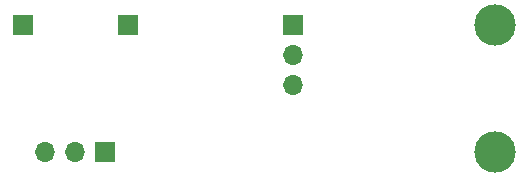
<source format=gbr>
G04 #@! TF.FileFunction,Copper,L2,Bot,Signal*
%FSLAX46Y46*%
G04 Gerber Fmt 4.6, Leading zero omitted, Abs format (unit mm)*
G04 Created by KiCad (PCBNEW 4.0.7) date 10/19/17 13:31:13*
%MOMM*%
%LPD*%
G01*
G04 APERTURE LIST*
%ADD10C,0.100000*%
%ADD11C,3.500120*%
%ADD12R,1.700000X1.700000*%
%ADD13O,1.700000X1.700000*%
G04 APERTURE END LIST*
D10*
D11*
X165735000Y-118110000D03*
D12*
X134620000Y-107315000D03*
X125730000Y-107315000D03*
D11*
X165735000Y-107315000D03*
D12*
X132715000Y-118110000D03*
D13*
X130175000Y-118110000D03*
X127635000Y-118110000D03*
D12*
X148590000Y-107315000D03*
D13*
X148590000Y-109855000D03*
X148590000Y-112395000D03*
M02*

</source>
